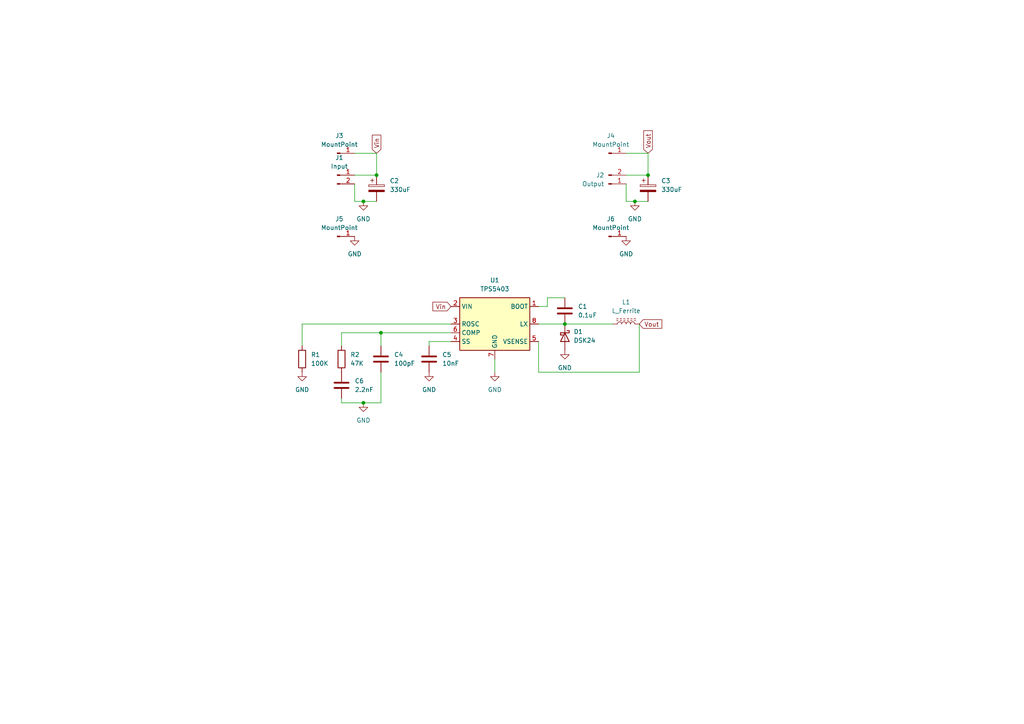
<source format=kicad_sch>
(kicad_sch (version 20211123) (generator eeschema)
  (paper "A4")
  (lib_symbols
    (symbol "Connector:Conn_01x01_Male" (pin_names (offset 1.016) hide)
      (property "Reference" "J" (at 0 2.54 0))
      (property "Value" "Conn_01x01_Male" (at 0 -2.54 0))
      (symbol "Conn_01x01_Male_1_1"
        (polyline (pts (xy 1.27 0) (xy 0.8636 0)) (stroke (width 0.1524)))
        (rectangle (start 0.8636 0.127) (end 0 -0.127) (stroke (width 0.1524)) (fill (type outline)))
        (pin passive line (at 5.08 0 180) (length 3.81) (name "Pin_1") (number "1"))
      )
    )
    (symbol "Connector:Conn_01x02_Male" (pin_names (offset 1.016) hide)
      (property "Reference" "J" (at 0 2.54 0))
      (property "Value" "Conn_01x02_Male" (at 0 -5.08 0))
      (symbol "Conn_01x02_Male_1_1"
        (polyline (pts (xy 1.27 -2.54) (xy 0.8636 -2.54)) (stroke (width 0.1524)))
        (polyline (pts (xy 1.27 0) (xy 0.8636 0)) (stroke (width 0.1524)))
        (rectangle (start 0.8636 -2.413) (end 0 -2.667) (stroke (width 0.1524)) (fill (type outline)))
        (rectangle (start 0.8636 0.127) (end 0 -0.127) (stroke (width 0.1524)) (fill (type outline)))
        (pin passive line (at 5.08 0 180) (length 3.81) (name "Pin_1") (number "1"))
        (pin passive line (at 5.08 -2.54 180) (length 3.81) (name "Pin_2") (number "2"))
      )
    )
    (symbol "Device:C" (pin_numbers hide) (pin_names (offset 0.254))
      (property "Reference" "C" (at 0.635 2.54 0))
      (property "Value" "C" (at 0.635 -2.54 0))
      (symbol "C_0_1"
        (polyline (pts (xy -2.032 -0.762) (xy 2.032 -0.762)) (stroke (width 0.508)))
        (polyline (pts (xy -2.032 0.762) (xy 2.032 0.762)) (stroke (width 0.508)))
      )
      (symbol "C_1_1"
        (pin passive line (at 0 3.81 270) (length 2.794) (name "~") (number "1"))
        (pin passive line (at 0 -3.81 90) (length 2.794) (name "~") (number "2"))
      )
    )
    (symbol "Device:C_Polarized" (pin_numbers hide) (pin_names (offset 0.254))
      (property "Reference" "C" (at 0.635 2.54 0))
      (property "Value" "C_Polarized" (at 0.635 -2.54 0))
      (symbol "C_Polarized_0_1"
        (rectangle (start -2.286 0.508) (end 2.286 1.016))
        (polyline (pts (xy -1.778 2.286) (xy -0.762 2.286)))
        (polyline (pts (xy -1.27 2.794) (xy -1.27 1.778)))
        (rectangle (start 2.286 -0.508) (end -2.286 -1.016) (fill (type outline)))
      )
      (symbol "C_Polarized_1_1"
        (pin passive line (at 0 3.81 270) (length 2.794) (name "~") (number "1"))
        (pin passive line (at 0 -3.81 90) (length 2.794) (name "~") (number "2"))
      )
    )
    (symbol "Device:D_Schottky" (pin_numbers hide) (pin_names (offset 1.016) hide)
      (property "Reference" "D" (at 0 2.54 0))
      (property "Value" "D_Schottky" (at 0 -2.54 0))
      (symbol "D_Schottky_0_1"
        (polyline (pts (xy 1.27 0) (xy -1.27 0)))
        (polyline (pts (xy 1.27 1.27) (xy 1.27 -1.27) (xy -1.27 0) (xy 1.27 1.27)) (stroke (width 0.254)))
        (polyline (pts (xy -1.905 0.635) (xy -1.905 1.27) (xy -1.27 1.27) (xy -1.27 -1.27) (xy -0.635 -1.27) (xy -0.635 -0.635)) (stroke (width 0.254)))
      )
      (symbol "D_Schottky_1_1"
        (pin passive line (at -3.81 0 0) (length 2.54) (name "K") (number "1"))
        (pin passive line (at 3.81 0 180) (length 2.54) (name "A") (number "2"))
      )
    )
    (symbol "Device:L_Ferrite" (pin_numbers hide) (pin_names (offset 1.016) hide)
      (property "Reference" "L" (at -1.27 0 90))
      (property "Value" "L_Ferrite" (at 2.794 0 90))
      (symbol "L_Ferrite_0_1"
        (arc (start 0 -2.54) (mid 0.635 -1.905) (end 0 -1.27))
        (arc (start 0 -1.27) (mid 0.635 -0.635) (end 0 0))
        (polyline (pts (xy 1.016 -2.794) (xy 1.016 -2.286)))
        (polyline (pts (xy 1.016 -1.778) (xy 1.016 -1.27)))
        (polyline (pts (xy 1.016 -0.762) (xy 1.016 -0.254)))
        (polyline (pts (xy 1.016 0.254) (xy 1.016 0.762)))
        (polyline (pts (xy 1.016 1.27) (xy 1.016 1.778)))
        (polyline (pts (xy 1.016 2.286) (xy 1.016 2.794)))
        (polyline (pts (xy 1.524 -2.286) (xy 1.524 -2.794)))
        (polyline (pts (xy 1.524 -1.27) (xy 1.524 -1.778)))
        (polyline (pts (xy 1.524 -0.254) (xy 1.524 -0.762)))
        (polyline (pts (xy 1.524 0.762) (xy 1.524 0.254)))
        (polyline (pts (xy 1.524 1.778) (xy 1.524 1.27)))
        (polyline (pts (xy 1.524 2.794) (xy 1.524 2.286)))
        (arc (start 0 0) (mid 0.635 0.635) (end 0 1.27))
        (arc (start 0 1.27) (mid 0.635 1.905) (end 0 2.54))
      )
      (symbol "L_Ferrite_1_1"
        (pin passive line (at 0 3.81 270) (length 1.27) (name "1") (number "1"))
        (pin passive line (at 0 -3.81 90) (length 1.27) (name "2") (number "2"))
      )
    )
    (symbol "Device:R" (pin_numbers hide) (pin_names (offset 0))
      (property "Reference" "R" (at 2.032 0 90))
      (property "Value" "R" (at 0 0 90))
      (symbol "R_0_1"
        (rectangle (start -1.016 -2.54) (end 1.016 2.54) (stroke (width 0.254)))
      )
      (symbol "R_1_1"
        (pin passive line (at 0 3.81 270) (length 1.27) (name "~") (number "1"))
        (pin passive line (at 0 -3.81 90) (length 1.27) (name "~") (number "2"))
      )
    )
    (symbol "Regulator_Switching:TPS5403"
      (property "Reference" "U" (at 0 11.43 0))
      (property "Value" "TPS5403" (at 0 8.89 0))
      (symbol "TPS5403_1_1"
        (rectangle (start -10.16 7.62) (end 10.16 -7.62) (stroke (width 0.254)) (fill (type background)))
        (pin passive line (at 12.7 5.08 180) (length 2.54) (name "BOOT") (number "1"))
        (pin power_in line (at -12.7 5.08 0) (length 2.54) (name "VIN") (number "2"))
        (pin passive line (at -12.7 0 0) (length 2.54) (name "ROSC") (number "3"))
        (pin passive line (at -12.7 -5.08 0) (length 2.54) (name "SS") (number "4"))
        (pin input line (at 12.7 -5.08 180) (length 2.54) (name "VSENSE") (number "5"))
        (pin passive line (at -12.7 -2.54 0) (length 2.54) (name "COMP") (number "6"))
        (pin power_in line (at 0 -10.16 90) (length 2.54) (name "GND") (number "7"))
        (pin output line (at 12.7 0 180) (length 2.54) (name "LX") (number "8"))
      )
    )
    (symbol "power:GND" (power) (pin_names (offset 0))
      (property "Value" "GND" (at 0 -3.81 0))
      (symbol "GND_0_1"
        (polyline (pts (xy 0 0) (xy 0 -1.27) (xy 1.27 -1.27) (xy 0 -2.54) (xy -1.27 -1.27) (xy 0 -1.27)))
      )
      (symbol "GND_1_1"
        (pin power_in line (at 0 0 270) (length 0) hide (name "GND") (number "1"))
      )
    )
  )
  (junction (at 163.83 93.98))
  (junction (at 184.15 58.42))
  (junction (at 109.22 50.8))
  (junction (at 110.49 96.52))
  (junction (at 105.41 58.42))
  (junction (at 105.41 116.84))
  (junction (at 187.96 50.8))
  (wire (pts (xy 102.87 50.8) (xy 109.22 50.8)))
  (wire (pts (xy 110.49 96.52) (xy 99.06 96.52)))
  (wire (pts (xy 105.41 58.42) (xy 109.22 58.42)))
  (wire (pts (xy 156.21 99.06) (xy 156.21 107.95)))
  (wire (pts (xy 99.06 116.84) (xy 105.41 116.84)))
  (wire (pts (xy 130.81 96.52) (xy 110.49 96.52)))
  (wire (pts (xy 110.49 107.95) (xy 110.49 116.84)))
  (wire (pts (xy 181.61 53.34) (xy 181.61 58.42)))
  (wire (pts (xy 99.06 96.52) (xy 99.06 100.33)))
  (wire (pts (xy 143.51 107.95) (xy 143.51 104.14)))
  (wire (pts (xy 156.21 93.98) (xy 163.83 93.98)))
  (wire (pts (xy 156.21 88.9) (xy 158.75 88.9)))
  (wire (pts (xy 87.63 93.98) (xy 87.63 100.33)))
  (wire (pts (xy 102.87 58.42) (xy 102.87 53.34)))
  (wire (pts (xy 109.22 44.45) (xy 109.22 50.8)))
  (wire (pts (xy 105.41 58.42) (xy 102.87 58.42)))
  (wire (pts (xy 102.87 44.45) (xy 109.22 44.45)))
  (wire (pts (xy 110.49 116.84) (xy 105.41 116.84)))
  (wire (pts (xy 184.15 58.42) (xy 181.61 58.42)))
  (wire (pts (xy 187.96 44.45) (xy 187.96 50.8)))
  (wire (pts (xy 181.61 50.8) (xy 187.96 50.8)))
  (wire (pts (xy 163.83 93.98) (xy 177.8 93.98)))
  (wire (pts (xy 158.75 88.9) (xy 158.75 86.36)))
  (wire (pts (xy 124.46 99.06) (xy 124.46 100.33)))
  (wire (pts (xy 185.42 107.95) (xy 185.42 93.98)))
  (wire (pts (xy 158.75 86.36) (xy 163.83 86.36)))
  (wire (pts (xy 181.61 44.45) (xy 187.96 44.45)))
  (wire (pts (xy 156.21 107.95) (xy 185.42 107.95)))
  (wire (pts (xy 130.81 93.98) (xy 87.63 93.98)))
  (wire (pts (xy 187.96 58.42) (xy 184.15 58.42)))
  (wire (pts (xy 99.06 115.57) (xy 99.06 116.84)))
  (wire (pts (xy 110.49 96.52) (xy 110.49 100.33)))
  (wire (pts (xy 130.81 99.06) (xy 124.46 99.06)))
  (global_label "Vout" (shape input) (at 187.96 44.45 90) (property "Intersheet References" "${INTERSHEET_REFS}" (effects hide)))
  (global_label "Vin" (shape input) (at 109.22 44.45 90) (property "Intersheet References" "${INTERSHEET_REFS}" (effects hide)))
  (global_label "Vout" (shape input) (at 185.42 93.98 0) (property "Intersheet References" "${INTERSHEET_REFS}" (effects hide)))
  (global_label "Vin" (shape input) (at 130.81 88.9 180) (property "Intersheet References" "${INTERSHEET_REFS}" (effects hide)))
  (symbol (lib_id "Connector:Conn_01x01_Male") (at 176.53 44.45 0) (unit 1)
    (property "Reference" "J4" (at 177.165 39.37 0))
    (property "Value" "MountPoint" (at 177.165 41.91 0))
    (property "Footprint" "Tinker:ConnPoint" (effects hide))
  )
  (symbol (lib_id "Device:L_Ferrite") (at 181.61 93.98 90) (unit 1)
    (property "Reference" "L1" (at 181.61 87.63 90))
    (property "Value" "L_Ferrite" (at 181.61 90.17 90))
    (property "Footprint" "Inductor_THT:L_Radial_D6.0mm_P4.00mm" (effects hide))
  )
  (symbol (lib_id "power:GND") (at 184.15 58.42 0) (unit 1)
    (property "Reference" "#PWR0109" (effects hide))
    (property "Value" "GND" (at 184.15 63.5 0))
  )
  (symbol (lib_id "power:GND") (at 105.41 116.84 0) (unit 1)
    (property "Reference" "#PWR0105" (effects hide))
    (property "Value" "GND" (at 105.41 121.92 0))
  )
  (symbol (lib_id "power:GND") (at 143.51 107.95 0) (unit 1)
    (property "Reference" "#PWR0103" (effects hide))
    (property "Value" "GND" (at 143.51 113.03 0))
  )
  (symbol (lib_id "power:GND") (at 163.83 101.6 0) (unit 1)
    (property "Reference" "#PWR0101" (effects hide))
    (property "Value" "GND" (at 163.83 106.68 0))
  )
  (symbol (lib_id "Device:C_Polarized") (at 109.22 54.61 0) (unit 1)
    (property "Reference" "C2" (at 113.03 52.4509 0) (effects (justify left)))
    (property "Value" "330uF" (at 113.03 54.9909 0) (effects (justify left)))
    (property "Footprint" "Capacitor_SMD:CP_Elec_8x10" (effects hide))
    (property "LCSC" "C178599" (effects hide))
  )
  (symbol (lib_id "Device:C") (at 110.49 104.14 0) (unit 1)
    (property "Reference" "C4" (at 114.3 102.8699 0) (effects (justify left)))
    (property "Value" "100pF" (at 114.3 105.4099 0) (effects (justify left)))
    (property "Footprint" "Capacitor_SMD:C_0603_1608Metric" (effects hide))
  )
  (symbol (lib_id "Device:C") (at 163.83 90.17 0) (unit 1)
    (property "Reference" "C1" (at 167.64 88.8999 0) (effects (justify left)))
    (property "Value" "0.1uF" (at 167.64 91.4399 0) (effects (justify left)))
    (property "Footprint" "Capacitor_SMD:C_0603_1608Metric" (effects hide))
  )
  (symbol (lib_id "Device:R") (at 99.06 104.14 0) (unit 1)
    (property "Reference" "R2" (at 101.6 102.8699 0) (effects (justify left)))
    (property "Value" "47K" (at 101.6 105.4099 0) (effects (justify left)))
    (property "Footprint" "Resistor_SMD:R_0603_1608Metric" (effects hide))
  )
  (symbol (lib_id "Device:D_Schottky") (at 163.83 97.79 270) (unit 1)
    (property "Reference" "D1" (at 166.37 96.2024 90) (effects (justify left)))
    (property "Value" "DSK24" (at 166.37 98.7424 90) (effects (justify left)))
    (property "Footprint" "Diode_SMD:D_SOD-123" (effects hide))
    (property "LCSC" "C908229" (effects hide))
  )
  (symbol (lib_id "Device:R") (at 87.63 104.14 0) (unit 1)
    (property "Reference" "R1" (at 90.17 102.8699 0) (effects (justify left)))
    (property "Value" "100K" (at 90.17 105.4099 0) (effects (justify left)))
    (property "Footprint" "Resistor_SMD:R_0603_1608Metric" (effects hide))
  )
  (symbol (lib_id "power:GND") (at 105.41 58.42 0) (unit 1)
    (property "Reference" "#PWR0108" (effects hide))
    (property "Value" "GND" (at 105.41 63.5 0))
  )
  (symbol (lib_id "Device:C_Polarized") (at 187.96 54.61 0) (unit 1)
    (property "Reference" "C3" (at 191.77 52.4509 0) (effects (justify left)))
    (property "Value" "330uF" (at 191.77 54.9909 0) (effects (justify left)))
    (property "Footprint" "Capacitor_SMD:CP_Elec_8x10" (effects hide))
    (property "LCSC" "C178599" (effects hide))
  )
  (symbol (lib_id "power:GND") (at 102.87 68.58 0) (unit 1)
    (property "Reference" "#PWR0107" (effects hide))
    (property "Value" "GND" (at 102.87 73.66 0))
  )
  (symbol (lib_id "power:GND") (at 124.46 107.95 0) (unit 1)
    (property "Reference" "#PWR0104" (effects hide))
    (property "Value" "GND" (at 124.46 113.03 0))
  )
  (symbol (lib_id "Connector:Conn_01x02_Male") (at 97.79 50.8 0) (unit 1)
    (property "Reference" "J1" (at 98.425 45.72 0))
    (property "Value" "Input" (at 98.425 48.26 0))
    (property "Footprint" "TerminalBlock_4Ucon:TerminalBlock_4Ucon_1x02_P3.50mm_Horizontal" (effects hide))
    (property "LCSC" "C784940" (effects hide))
  )
  (symbol (lib_id "power:GND") (at 181.61 68.58 0) (unit 1)
    (property "Reference" "#PWR0102" (effects hide))
    (property "Value" "GND" (at 181.61 73.66 0))
  )
  (symbol (lib_id "power:GND") (at 87.63 107.95 0) (unit 1)
    (property "Reference" "#PWR0106" (effects hide))
    (property "Value" "GND" (at 87.63 113.03 0))
  )
  (symbol (lib_id "Connector:Conn_01x02_Male") (at 176.53 53.34 0) (mirror x) (unit 1)
    (property "Reference" "J2" (at 175.26 50.7999 0) (effects (justify right)))
    (property "Value" "Output" (at 175.26 53.3399 0) (effects (justify right)))
    (property "Footprint" "TerminalBlock_4Ucon:TerminalBlock_4Ucon_1x02_P3.50mm_Horizontal" (effects hide))
    (property "LCSC" "C784940" (effects hide))
  )
  (symbol (lib_id "Connector:Conn_01x01_Male") (at 97.79 44.45 0) (unit 1)
    (property "Reference" "J3" (at 98.425 39.37 0))
    (property "Value" "MountPoint" (at 98.425 41.91 0))
    (property "Footprint" "Tinker:ConnPoint" (effects hide))
  )
  (symbol (lib_id "Device:C") (at 99.06 111.76 0) (unit 1)
    (property "Reference" "C6" (at 102.87 110.4899 0) (effects (justify left)))
    (property "Value" "2.2nF" (at 102.87 113.0299 0) (effects (justify left)))
    (property "Footprint" "Capacitor_SMD:C_0603_1608Metric" (effects hide))
  )
  (symbol (lib_id "Device:C") (at 124.46 104.14 0) (unit 1)
    (property "Reference" "C5" (at 128.27 102.8699 0) (effects (justify left)))
    (property "Value" "10nF" (at 128.27 105.4099 0) (effects (justify left)))
    (property "Footprint" "Capacitor_SMD:C_0603_1608Metric" (effects hide))
  )
  (symbol (lib_id "Connector:Conn_01x01_Male") (at 97.79 68.58 0) (unit 1)
    (property "Reference" "J5" (at 98.425 63.5 0))
    (property "Value" "MountPoint" (at 98.425 66.04 0))
    (property "Footprint" "Tinker:ConnPoint" (effects hide))
  )
  (symbol (lib_id "Regulator_Switching:TPS5403") (at 143.51 93.98 0) (unit 1)
    (property "Reference" "U1" (at 143.51 81.28 0))
    (property "Value" "TPS5403" (at 143.51 83.82 0))
    (property "Footprint" "Package_SO:SOIC-8_3.9x4.9mm_P1.27mm" (effects hide))
    (property "Datasheet" "https://www.ti.com/lit/ds/symlink/tps5403.pdf" (effects hide))
  )
  (symbol (lib_id "Connector:Conn_01x01_Male") (at 176.53 68.58 0) (unit 1)
    (property "Reference" "J6" (at 177.165 63.5 0))
    (property "Value" "MountPoint" (at 177.165 66.04 0))
    (property "Footprint" "Tinker:ConnPoint" (effects hide))
  )
)
</source>
